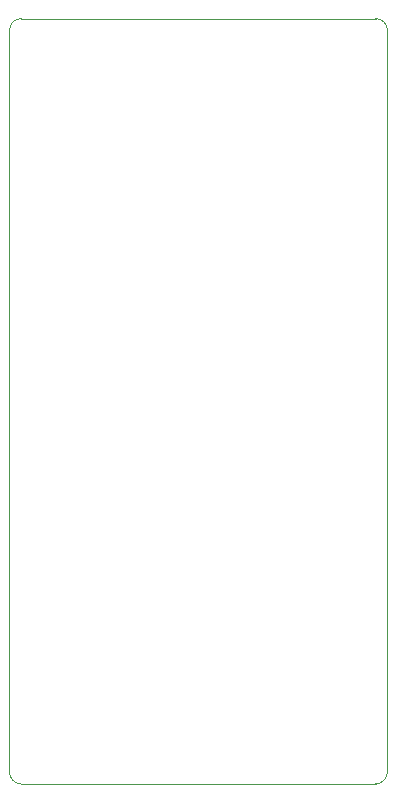
<source format=gbr>
G04 Generated by Ultiboard 14.0 *
%FSLAX24Y24*%
%MOIN*%

%ADD11C,0.0001*%


G04 ColorRGB 00FFFF for the following layer *
%LNBoard Outline*%
%LPD*%
G54D10*
G54D11*
X-28343Y32008D02*
X-28343Y7283D01*
G75*
D01*
G03X-27949Y6890I394J1*
G01*
X-16138Y6890D01*
G75*
D01*
G03X-15745Y7283I0J393*
G01*
X-15745Y32008D01*
G74*
D01*
G03X-16138Y32401I393J0*
G01*
X-27949Y32401D01*
G75*
D01*
G03X-28343Y32008I-1J-393*
G01*

M02*

</source>
